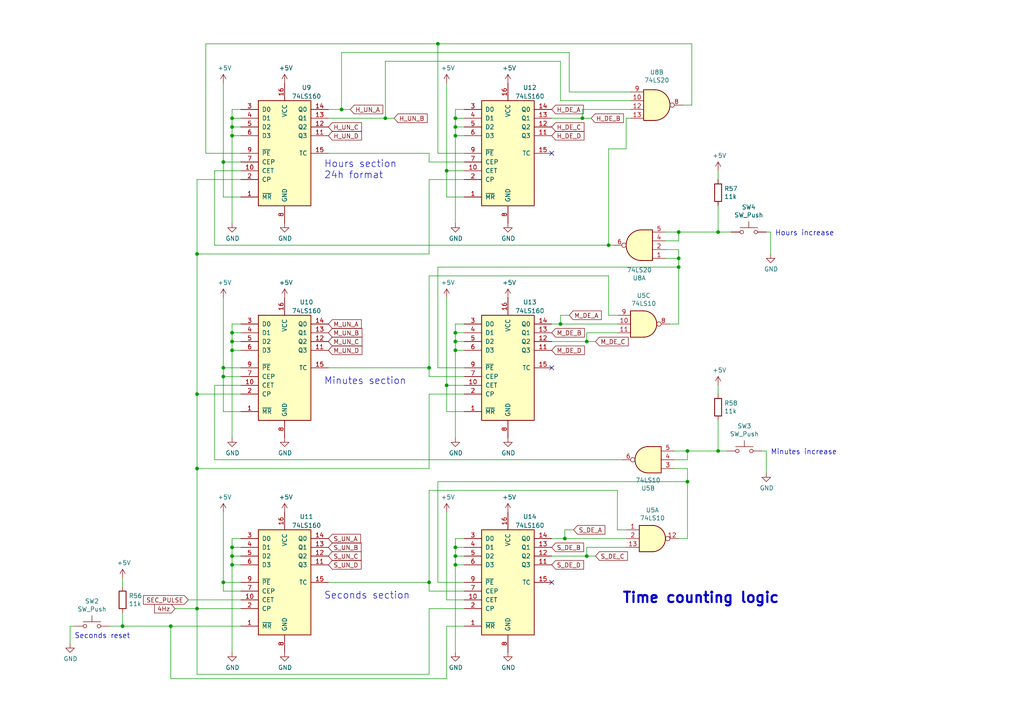
<source format=kicad_sch>
(kicad_sch (version 20211123) (generator eeschema)
  (paper "A4")
  (title_block (title "NixieTTL Clock") (rev "0"))
  (lib_symbols
    (symbol "74xx:74LS10" (pin_names (offset 1.016))
      (property "Reference" "U" (at 0 1.27 0))
      (property "Value" "74LS10" (at 0 -1.27 0))
      (symbol "74LS10_1_1"
        (arc (start 0 -3.81) (mid 3.81 0) (end 0 3.81) (stroke (width 0.254)) (fill (type background)))
        (polyline (pts (xy 0 3.81) (xy -3.81 3.81) (xy -3.81 -3.81) (xy 0 -3.81)) (stroke (width 0.254)) (fill (type background)))
        (pin input line (at -7.62 2.54 0) (length 3.81) (name "~") (number "1"))
        (pin output inverted (at 7.62 0 180) (length 3.81) (name "~") (number "12"))
        (pin input line (at -7.62 -2.54 0) (length 3.81) (name "~") (number "13"))
        (pin input line (at -7.62 0 0) (length 3.81) (name "~") (number "2"))
      )
      (symbol "74LS10_1_2"
        (arc (start -3.81 -3.81) (mid -2.589 0) (end -3.81 3.81) (stroke (width 0.254)))
        (arc (start -0.6096 -3.81) (mid 2.1855 -2.584) (end 3.81 0) (stroke (width 0.254)) (fill (type background)))
        (polyline (pts (xy -3.81 -3.81) (xy -0.635 -3.81)) (stroke (width 0.254)) (fill (type background)))
        (polyline (pts (xy -3.81 3.81) (xy -0.635 3.81)) (stroke (width 0.254)) (fill (type background)))
        (polyline (pts (xy -0.635 3.81) (xy -3.81 3.81) (xy -3.81 3.81) (xy -3.556 3.4036) (xy -3.0226 2.2606) (xy -2.6924 1.0414) (xy -2.6162 -0.254) (xy -2.7686 -1.4986) (xy -3.175 -2.7178) (xy -3.81 -3.81) (xy -3.81 -3.81) (xy -0.635 -3.81)) (stroke (width -25.4)) (fill (type background)))
        (arc (start 3.81 0) (mid 2.1928 2.5925) (end -0.6096 3.81) (stroke (width 0.254)) (fill (type background)))
        (pin input inverted (at -7.62 2.54 0) (length 4.318) (name "~") (number "1"))
        (pin output line (at 7.62 0 180) (length 3.81) (name "~") (number "12"))
        (pin input inverted (at -7.62 -2.54 0) (length 4.318) (name "~") (number "13"))
        (pin input inverted (at -7.62 0 0) (length 4.953) (name "~") (number "2"))
      )
      (symbol "74LS10_2_1"
        (arc (start 0 -3.81) (mid 3.81 0) (end 0 3.81) (stroke (width 0.254)) (fill (type background)))
        (polyline (pts (xy 0 3.81) (xy -3.81 3.81) (xy -3.81 -3.81) (xy 0 -3.81)) (stroke (width 0.254)) (fill (type background)))
        (pin input line (at -7.62 2.54 0) (length 3.81) (name "~") (number "3"))
        (pin input line (at -7.62 0 0) (length 3.81) (name "~") (number "4"))
        (pin input line (at -7.62 -2.54 0) (length 3.81) (name "~") (number "5"))
        (pin output inverted (at 7.62 0 180) (length 3.81) (name "~") (number "6"))
      )
      (symbol "74LS10_2_2"
        (arc (start -3.81 -3.81) (mid -2.589 0) (end -3.81 3.81) (stroke (width 0.254)))
        (arc (start -0.6096 -3.81) (mid 2.1855 -2.584) (end 3.81 0) (stroke (width 0.254)) (fill (type background)))
        (polyline (pts (xy -3.81 -3.81) (xy -0.635 -3.81)) (stroke (width 0.254)) (fill (type background)))
        (polyline (pts (xy -3.81 3.81) (xy -0.635 3.81)) (stroke (width 0.254)) (fill (type background)))
        (polyline (pts (xy -0.635 3.81) (xy -3.81 3.81) (xy -3.81 3.81) (xy -3.556 3.4036) (xy -3.0226 2.2606) (xy -2.6924 1.0414) (xy -2.6162 -0.254) (xy -2.7686 -1.4986) (xy -3.175 -2.7178) (xy -3.81 -3.81) (xy -3.81 -3.81) (xy -0.635 -3.81)) (stroke (width -25.4)) (fill (type background)))
        (arc (start 3.81 0) (mid 2.1928 2.5925) (end -0.6096 3.81) (stroke (width 0.254)) (fill (type background)))
        (pin input inverted (at -7.62 2.54 0) (length 4.318) (name "~") (number "3"))
        (pin input inverted (at -7.62 0 0) (length 4.953) (name "~") (number "4"))
        (pin input inverted (at -7.62 -2.54 0) (length 4.318) (name "~") (number "5"))
        (pin output line (at 7.62 0 180) (length 3.81) (name "~") (number "6"))
      )
      (symbol "74LS10_3_1"
        (arc (start 0 -3.81) (mid 3.81 0) (end 0 3.81) (stroke (width 0.254)) (fill (type background)))
        (polyline (pts (xy 0 3.81) (xy -3.81 3.81) (xy -3.81 -3.81) (xy 0 -3.81)) (stroke (width 0.254)) (fill (type background)))
        (pin input line (at -7.62 0 0) (length 3.81) (name "~") (number "10"))
        (pin input line (at -7.62 -2.54 0) (length 3.81) (name "~") (number "11"))
        (pin output inverted (at 7.62 0 180) (length 3.81) (name "~") (number "8"))
        (pin input line (at -7.62 2.54 0) (length 3.81) (name "~") (number "9"))
      )
      (symbol "74LS10_3_2"
        (arc (start -3.81 -3.81) (mid -2.589 0) (end -3.81 3.81) (stroke (width 0.254)))
        (arc (start -0.6096 -3.81) (mid 2.1855 -2.584) (end 3.81 0) (stroke (width 0.254)) (fill (type background)))
        (polyline (pts (xy -3.81 -3.81) (xy -0.635 -3.81)) (stroke (width 0.254)) (fill (type background)))
        (polyline (pts (xy -3.81 3.81) (xy -0.635 3.81)) (stroke (width 0.254)) (fill (type background)))
        (polyline (pts (xy -0.635 3.81) (xy -3.81 3.81) (xy -3.81 3.81) (xy -3.556 3.4036) (xy -3.0226 2.2606) (xy -2.6924 1.0414) (xy -2.6162 -0.254) (xy -2.7686 -1.4986) (xy -3.175 -2.7178) (xy -3.81 -3.81) (xy -3.81 -3.81) (xy -0.635 -3.81)) (stroke (width -25.4)) (fill (type background)))
        (arc (start 3.81 0) (mid 2.1928 2.5925) (end -0.6096 3.81) (stroke (width 0.254)) (fill (type background)))
        (pin input inverted (at -7.62 0 0) (length 4.953) (name "~") (number "10"))
        (pin input inverted (at -7.62 -2.54 0) (length 4.318) (name "~") (number "11"))
        (pin output line (at 7.62 0 180) (length 3.81) (name "~") (number "8"))
        (pin input inverted (at -7.62 2.54 0) (length 4.318) (name "~") (number "9"))
      )
      (symbol "74LS10_4_0"
        (pin power_in line (at 0 12.7 270) (length 5.08) (name "VCC") (number "14"))
        (pin power_in line (at 0 -12.7 90) (length 5.08) (name "GND") (number "7"))
      )
      (symbol "74LS10_4_1"
        (rectangle (start -5.08 7.62) (end 5.08 -7.62) (stroke (width 0.254)) (fill (type background)))
      )
    )
    (symbol "74xx:74LS160" (pin_names (offset 1.016))
      (property "Reference" "U" (at -7.62 16.51 0))
      (property "Value" "74LS160" (at -7.62 -16.51 0))
      (symbol "74LS160_1_0"
        (pin input line (at -12.7 -12.7 0) (length 5.08) (name "~{MR}") (number "1"))
        (pin input line (at -12.7 -5.08 0) (length 5.08) (name "CET") (number "10"))
        (pin output line (at 12.7 5.08 180) (length 5.08) (name "Q3") (number "11"))
        (pin output line (at 12.7 7.62 180) (length 5.08) (name "Q2") (number "12"))
        (pin output line (at 12.7 10.16 180) (length 5.08) (name "Q1") (number "13"))
        (pin output line (at 12.7 12.7 180) (length 5.08) (name "Q0") (number "14"))
        (pin output line (at 12.7 0 180) (length 5.08) (name "TC") (number "15"))
        (pin power_in line (at 0 20.32 270) (length 5.08) (name "VCC") (number "16"))
        (pin input line (at -12.7 -7.62 0) (length 5.08) (name "CP") (number "2"))
        (pin input line (at -12.7 12.7 0) (length 5.08) (name "D0") (number "3"))
        (pin input line (at -12.7 10.16 0) (length 5.08) (name "D1") (number "4"))
        (pin input line (at -12.7 7.62 0) (length 5.08) (name "D2") (number "5"))
        (pin input line (at -12.7 5.08 0) (length 5.08) (name "D3") (number "6"))
        (pin input line (at -12.7 -2.54 0) (length 5.08) (name "CEP") (number "7"))
        (pin power_in line (at 0 -20.32 90) (length 5.08) (name "GND") (number "8"))
        (pin input line (at -12.7 0 0) (length 5.08) (name "~{PE}") (number "9"))
      )
      (symbol "74LS160_1_1"
        (rectangle (start -7.62 15.24) (end 7.62 -15.24) (stroke (width 0.254)) (fill (type background)))
      )
    )
    (symbol "74xx:74LS20" (pin_names (offset 1.016))
      (property "Reference" "U" (at 0 1.27 0))
      (property "Value" "74LS20" (at 0 -1.27 0))
      (symbol "74LS20_1_1"
        (arc (start -0.635 -4.445) (mid 3.81 0) (end -0.635 4.445) (stroke (width 0.254)) (fill (type background)))
        (polyline (pts (xy -0.635 4.445) (xy -3.81 4.445) (xy -3.81 -4.445) (xy -0.635 -4.445)) (stroke (width 0.254)) (fill (type background)))
        (pin input line (at -7.62 3.81 0) (length 3.81) (name "~") (number "1"))
        (pin input line (at -7.62 1.27 0) (length 3.81) (name "~") (number "2"))
        (pin input line (at -7.62 -1.27 0) (length 3.81) (name "~") (number "4"))
        (pin input line (at -7.62 -3.81 0) (length 3.81) (name "~") (number "5"))
        (pin output inverted (at 7.62 0 180) (length 3.81) (name "~") (number "6"))
      )
      (symbol "74LS20_1_2"
        (arc (start -3.81 -4.445) (mid -2.5908 0) (end -3.81 4.445) (stroke (width 0.254)))
        (arc (start -0.6096 -4.445) (mid 2.224 -2.8428) (end 3.81 0) (stroke (width 0.254)) (fill (type background)))
        (polyline (pts (xy -3.81 -4.445) (xy -0.635 -4.445)) (stroke (width 0.254)) (fill (type background)))
        (polyline (pts (xy -3.81 4.445) (xy -0.635 4.445)) (stroke (width 0.254)) (fill (type background)))
        (polyline (pts (xy -0.635 4.445) (xy -3.81 4.445) (xy -3.81 4.445) (xy -3.6322 4.0894) (xy -3.0988 2.921) (xy -2.7686 1.6764) (xy -2.6162 0.4318) (xy -2.6416 -0.8636) (xy -2.8702 -2.1082) (xy -3.2512 -3.3274) (xy -3.81 -4.445) (xy -3.81 -4.445) (xy -0.635 -4.445)) (stroke (width -25.4)) (fill (type background)))
        (arc (start 3.81 0) (mid 2.2198 2.8386) (end -0.6096 4.445) (stroke (width 0.254)) (fill (type background)))
        (pin input inverted (at -7.62 3.81 0) (length 3.81) (name "~") (number "1"))
        (pin input inverted (at -7.62 1.27 0) (length 4.826) (name "~") (number "2"))
        (pin input inverted (at -7.62 -1.27 0) (length 4.826) (name "~") (number "4"))
        (pin input inverted (at -7.62 -3.81 0) (length 3.81) (name "~") (number "5"))
        (pin output line (at 7.62 0 180) (length 3.81) (name "~") (number "6"))
      )
      (symbol "74LS20_2_1"
        (arc (start -0.635 -4.445) (mid 3.81 0) (end -0.635 4.445) (stroke (width 0.254)) (fill (type background)))
        (polyline (pts (xy -0.635 4.445) (xy -3.81 4.445) (xy -3.81 -4.445) (xy -0.635 -4.445)) (stroke (width 0.254)) (fill (type background)))
        (pin input line (at -7.62 1.27 0) (length 3.81) (name "~") (number "10"))
        (pin input line (at -7.62 -1.27 0) (length 3.81) (name "~") (number "12"))
        (pin input line (at -7.62 -3.81 0) (length 3.81) (name "~") (number "13"))
        (pin output inverted (at 7.62 0 180) (length 3.81) (name "~") (number "8"))
        (pin input line (at -7.62 3.81 0) (length 3.81) (name "~") (number "9"))
      )
      (symbol "74LS20_2_2"
        (arc (start -3.81 -4.445) (mid -2.5908 0) (end -3.81 4.445) (stroke (width 0.254)))
        (arc (start -0.6096 -4.445) (mid 2.224 -2.8428) (end 3.81 0) (stroke (width 0.254)) (fill (type background)))
        (polyline (pts (xy -3.81 -4.445) (xy -0.635 -4.445)) (stroke (width 0.254)) (fill (type background)))
        (polyline (pts (xy -3.81 4.445) (xy -0.635 4.445)) (stroke (width 0.254)) (fill (type background)))
        (polyline (pts (xy -0.635 4.445) (xy -3.81 4.445) (xy -3.81 4.445) (xy -3.6322 4.0894) (xy -3.0988 2.921) (xy -2.7686 1.6764) (xy -2.6162 0.4318) (xy -2.6416 -0.8636) (xy -2.8702 -2.1082) (xy -3.2512 -3.3274) (xy -3.81 -4.445) (xy -3.81 -4.445) (xy -0.635 -4.445)) (stroke (width -25.4)) (fill (type background)))
        (arc (start 3.81 0) (mid 2.2198 2.8386) (end -0.6096 4.445) (stroke (width 0.254)) (fill (type background)))
        (pin input inverted (at -7.62 1.27 0) (length 4.826) (name "~") (number "10"))
        (pin input inverted (at -7.62 -1.27 0) (length 4.826) (name "~") (number "12"))
        (pin input inverted (at -7.62 -3.81 0) (length 3.81) (name "~") (number "13"))
        (pin output line (at 7.62 0 180) (length 3.81) (name "~") (number "8"))
        (pin input inverted (at -7.62 3.81 0) (length 3.81) (name "~") (number "9"))
      )
      (symbol "74LS20_3_0"
        (pin power_in line (at 0 12.7 270) (length 5.08) (name "VCC") (number "14"))
        (pin power_in line (at 0 -12.7 90) (length 5.08) (name "GND") (number "7"))
      )
      (symbol "74LS20_3_1"
        (rectangle (start -5.08 7.62) (end 5.08 -7.62) (stroke (width 0.254)) (fill (type background)))
      )
    )
    (symbol "Device:R" (pin_numbers hide) (pin_names (offset 0))
      (property "Reference" "R" (at 2.032 0 90))
      (property "Value" "R" (at 0 0 90))
      (symbol "R_0_1"
        (rectangle (start -1.016 -2.54) (end 1.016 2.54) (stroke (width 0.254)))
      )
      (symbol "R_1_1"
        (pin passive line (at 0 3.81 270) (length 1.27) (name "~") (number "1"))
        (pin passive line (at 0 -3.81 90) (length 1.27) (name "~") (number "2"))
      )
    )
    (symbol "Switch:SW_Push" (pin_numbers hide) (pin_names (offset 1.016) hide)
      (property "Reference" "SW" (at 1.27 2.54 0))
      (property "Value" "SW_Push" (at 0 -1.524 0))
      (symbol "SW_Push_0_1"
        (circle (center -2.032 0) (radius 0.508))
        (polyline (pts (xy 0 1.27) (xy 0 3.048)))
        (polyline (pts (xy 2.54 1.27) (xy -2.54 1.27)))
        (circle (center 2.032 0) (radius 0.508))
        (pin passive line (at -5.08 0 0) (length 2.54) (name "1") (number "1"))
        (pin passive line (at 5.08 0 180) (length 2.54) (name "2") (number "2"))
      )
    )
    (symbol "power:+5V" (power) (pin_names (offset 0))
      (property "Value" "+5V" (at 0 3.556 0))
      (symbol "+5V_0_1"
        (polyline (pts (xy -0.762 1.27) (xy 0 2.54)))
        (polyline (pts (xy 0 0) (xy 0 2.54)))
        (polyline (pts (xy 0 2.54) (xy 0.762 1.27)))
      )
      (symbol "+5V_1_1"
        (pin power_in line (at 0 0 90) (length 0) hide (name "+5V") (number "1"))
      )
    )
    (symbol "power:GND" (power) (pin_names (offset 0))
      (property "Value" "GND" (at 0 -3.81 0))
      (symbol "GND_0_1"
        (polyline (pts (xy 0 0) (xy 0 -1.27) (xy 1.27 -1.27) (xy 0 -2.54) (xy -1.27 -1.27) (xy 0 -1.27)))
      )
      (symbol "GND_1_1"
        (pin power_in line (at 0 0 270) (length 0) hide (name "GND") (number "1"))
      )
    )
  )
  (junction (at 49.53 181.61))
  (junction (at 127 12.7))
  (junction (at 132.08 101.6))
  (junction (at 196.85 74.93))
  (junction (at 129.54 111.76))
  (junction (at 162.56 93.98))
  (junction (at 67.31 39.37))
  (junction (at 132.08 39.37))
  (junction (at 57.15 135.89))
  (junction (at 64.77 46.99))
  (junction (at 132.08 158.75))
  (junction (at 132.08 163.83))
  (junction (at 196.85 77.47))
  (junction (at 168.91 34.29))
  (junction (at 132.08 161.29))
  (junction (at 132.08 96.52))
  (junction (at 35.56 181.61))
  (junction (at 64.77 106.68))
  (junction (at 64.77 109.22))
  (junction (at 67.31 99.06))
  (junction (at 57.15 114.3))
  (junction (at 67.31 163.83))
  (junction (at 111.76 34.29))
  (junction (at 196.85 67.31))
  (junction (at 124.46 168.91))
  (junction (at 67.31 161.29))
  (junction (at 67.31 101.6))
  (junction (at 208.28 67.31))
  (junction (at 132.08 99.06))
  (junction (at 199.39 139.7))
  (junction (at 170.18 99.06))
  (junction (at 129.54 49.53))
  (junction (at 64.77 168.91))
  (junction (at 57.15 176.53))
  (junction (at 132.08 34.29))
  (junction (at 99.06 31.75))
  (junction (at 57.15 73.66))
  (junction (at 132.08 36.83))
  (junction (at 67.31 36.83))
  (junction (at 67.31 158.75))
  (junction (at 199.39 130.81))
  (junction (at 170.18 161.29))
  (junction (at 124.46 106.68))
  (junction (at 208.28 130.81))
  (junction (at 163.83 156.21))
  (junction (at 67.31 96.52))
  (junction (at 176.53 71.12))
  (junction (at 67.31 34.29))
  (no_connect (at 160.02 44.45))
  (no_connect (at 160.02 106.68))
  (no_connect (at 160.02 168.91))
  (wire (pts (xy 69.85 96.52) (xy 67.31 96.52)))
  (wire (pts (xy 67.31 156.21) (xy 67.31 158.75)))
  (wire (pts (xy 176.53 43.18) (xy 176.53 71.12)))
  (wire (pts (xy 134.62 93.98) (xy 132.08 93.98)))
  (wire (pts (xy 176.53 91.44) (xy 179.07 91.44)))
  (wire (pts (xy 208.28 121.92) (xy 208.28 130.81)))
  (wire (pts (xy 67.31 99.06) (xy 69.85 99.06)))
  (wire (pts (xy 67.31 39.37) (xy 67.31 36.83)))
  (wire (pts (xy 170.18 158.75) (xy 181.61 158.75)))
  (wire (pts (xy 134.62 119.38) (xy 129.54 119.38)))
  (wire (pts (xy 134.62 49.53) (xy 129.54 49.53)))
  (wire (pts (xy 199.39 130.81) (xy 195.58 130.81)))
  (wire (pts (xy 49.53 181.61) (xy 69.85 181.61)))
  (wire (pts (xy 134.62 52.07) (xy 124.46 52.07)))
  (wire (pts (xy 179.07 153.67) (xy 181.61 153.67)))
  (wire (pts (xy 129.54 49.53) (xy 129.54 57.15)))
  (wire (pts (xy 67.31 101.6) (xy 67.31 127)))
  (wire (pts (xy 127 77.47) (xy 196.85 77.47)))
  (wire (pts (xy 193.04 69.85) (xy 196.85 69.85)))
  (wire (pts (xy 132.08 158.75) (xy 134.62 158.75)))
  (wire (pts (xy 127 168.91) (xy 127 139.7)))
  (wire (pts (xy 20.32 186.69) (xy 20.32 181.61)))
  (wire (pts (xy 101.6 31.75) (xy 99.06 31.75)))
  (wire (pts (xy 124.46 142.24) (xy 179.07 142.24)))
  (wire (pts (xy 132.08 34.29) (xy 134.62 34.29)))
  (wire (pts (xy 69.85 57.15) (xy 64.77 57.15)))
  (wire (pts (xy 62.23 49.53) (xy 62.23 71.12)))
  (wire (pts (xy 176.53 71.12) (xy 177.8 71.12)))
  (wire (pts (xy 134.62 39.37) (xy 132.08 39.37)))
  (wire (pts (xy 64.77 109.22) (xy 64.77 119.38)))
  (wire (pts (xy 35.56 181.61) (xy 49.53 181.61)))
  (wire (pts (xy 69.85 156.21) (xy 67.31 156.21)))
  (wire (pts (xy 134.62 168.91) (xy 127 168.91)))
  (wire (pts (xy 129.54 24.13) (xy 129.54 49.53)))
  (wire (pts (xy 179.07 142.24) (xy 179.07 153.67)))
  (wire (pts (xy 195.58 133.35) (xy 199.39 133.35)))
  (wire (pts (xy 69.85 44.45) (xy 59.69 44.45)))
  (wire (pts (xy 196.85 72.39) (xy 196.85 74.93)))
  (wire (pts (xy 176.53 43.18) (xy 181.61 43.18)))
  (wire (pts (xy 59.69 12.7) (xy 59.69 44.45)))
  (wire (pts (xy 134.62 176.53) (xy 124.46 176.53)))
  (wire (pts (xy 69.85 46.99) (xy 64.77 46.99)))
  (wire (pts (xy 50.8 176.53) (xy 57.15 176.53)))
  (wire (pts (xy 134.62 106.68) (xy 127 106.68)))
  (wire (pts (xy 182.88 34.29) (xy 181.61 34.29)))
  (wire (pts (xy 196.85 74.93) (xy 196.85 77.47)))
  (wire (pts (xy 132.08 156.21) (xy 132.08 158.75)))
  (wire (pts (xy 222.25 67.31) (xy 223.52 67.31)))
  (wire (pts (xy 160.02 34.29) (xy 168.91 34.29)))
  (wire (pts (xy 69.85 114.3) (xy 57.15 114.3)))
  (wire (pts (xy 124.46 176.53) (xy 124.46 195.58)))
  (wire (pts (xy 69.85 161.29) (xy 67.31 161.29)))
  (wire (pts (xy 196.85 67.31) (xy 208.28 67.31)))
  (wire (pts (xy 127 12.7) (xy 59.69 12.7)))
  (wire (pts (xy 111.76 17.78) (xy 111.76 34.29)))
  (wire (pts (xy 20.32 181.61) (xy 21.59 181.61)))
  (wire (pts (xy 49.53 196.85) (xy 129.54 196.85)))
  (wire (pts (xy 200.66 12.7) (xy 127 12.7)))
  (wire (pts (xy 124.46 114.3) (xy 134.62 114.3)))
  (wire (pts (xy 134.62 44.45) (xy 127 44.45)))
  (wire (pts (xy 57.15 135.89) (xy 57.15 176.53)))
  (wire (pts (xy 111.76 34.29) (xy 95.25 34.29)))
  (wire (pts (xy 132.08 163.83) (xy 134.62 163.83)))
  (wire (pts (xy 170.18 161.29) (xy 170.18 158.75)))
  (wire (pts (xy 222.25 130.81) (xy 222.25 137.16)))
  (wire (pts (xy 31.75 181.61) (xy 35.56 181.61)))
  (wire (pts (xy 208.28 130.81) (xy 210.82 130.81)))
  (wire (pts (xy 124.46 135.89) (xy 57.15 135.89)))
  (wire (pts (xy 132.08 99.06) (xy 134.62 99.06)))
  (wire (pts (xy 49.53 181.61) (xy 49.53 196.85)))
  (wire (pts (xy 69.85 39.37) (xy 67.31 39.37)))
  (wire (pts (xy 57.15 176.53) (xy 69.85 176.53)))
  (wire (pts (xy 124.46 114.3) (xy 124.46 135.89)))
  (wire (pts (xy 69.85 36.83) (xy 67.31 36.83)))
  (wire (pts (xy 69.85 168.91) (xy 64.77 168.91)))
  (wire (pts (xy 129.54 196.85) (xy 129.54 181.61)))
  (wire (pts (xy 129.54 57.15) (xy 134.62 57.15)))
  (wire (pts (xy 124.46 195.58) (xy 57.15 195.58)))
  (wire (pts (xy 64.77 171.45) (xy 64.77 168.91)))
  (wire (pts (xy 124.46 52.07) (xy 124.46 73.66)))
  (wire (pts (xy 132.08 161.29) (xy 134.62 161.29)))
  (wire (pts (xy 166.37 153.67) (xy 163.83 153.67)))
  (wire (pts (xy 99.06 31.75) (xy 99.06 15.24)))
  (wire (pts (xy 163.83 153.67) (xy 163.83 156.21)))
  (wire (pts (xy 134.62 111.76) (xy 129.54 111.76)))
  (wire (pts (xy 132.08 158.75) (xy 132.08 161.29)))
  (wire (pts (xy 64.77 109.22) (xy 64.77 106.68)))
  (wire (pts (xy 124.46 171.45) (xy 134.62 171.45)))
  (wire (pts (xy 196.85 69.85) (xy 196.85 67.31)))
  (wire (pts (xy 162.56 17.78) (xy 111.76 17.78)))
  (wire (pts (xy 193.04 74.93) (xy 196.85 74.93)))
  (wire (pts (xy 200.66 30.48) (xy 200.66 12.7)))
  (wire (pts (xy 134.62 31.75) (xy 132.08 31.75)))
  (wire (pts (xy 69.85 52.07) (xy 57.15 52.07)))
  (wire (pts (xy 67.31 96.52) (xy 67.31 93.98)))
  (wire (pts (xy 124.46 73.66) (xy 57.15 73.66)))
  (wire (pts (xy 132.08 36.83) (xy 132.08 39.37)))
  (wire (pts (xy 67.31 163.83) (xy 67.31 189.23)))
  (wire (pts (xy 129.54 119.38) (xy 129.54 111.76)))
  (wire (pts (xy 196.85 93.98) (xy 194.31 93.98)))
  (wire (pts (xy 124.46 44.45) (xy 95.25 44.45)))
  (wire (pts (xy 95.25 168.91) (xy 124.46 168.91)))
  (wire (pts (xy 162.56 91.44) (xy 162.56 93.98)))
  (wire (pts (xy 165.1 26.67) (xy 165.1 15.24)))
  (wire (pts (xy 132.08 93.98) (xy 132.08 96.52)))
  (wire (pts (xy 220.98 130.81) (xy 222.25 130.81)))
  (wire (pts (xy 124.46 106.68) (xy 95.25 106.68)))
  (wire (pts (xy 212.09 67.31) (xy 208.28 67.31)))
  (wire (pts (xy 69.85 49.53) (xy 62.23 49.53)))
  (wire (pts (xy 165.1 91.44) (xy 162.56 91.44)))
  (wire (pts (xy 67.31 163.83) (xy 69.85 163.83)))
  (wire (pts (xy 132.08 99.06) (xy 132.08 101.6)))
  (wire (pts (xy 196.85 77.47) (xy 196.85 93.98)))
  (wire (pts (xy 67.31 158.75) (xy 69.85 158.75)))
  (wire (pts (xy 35.56 181.61) (xy 35.56 177.8)))
  (wire (pts (xy 199.39 135.89) (xy 195.58 135.89)))
  (wire (pts (xy 124.46 80.01) (xy 176.53 80.01)))
  (wire (pts (xy 134.62 109.22) (xy 124.46 109.22)))
  (wire (pts (xy 162.56 29.21) (xy 182.88 29.21)))
  (wire (pts (xy 162.56 93.98) (xy 160.02 93.98)))
  (wire (pts (xy 132.08 96.52) (xy 132.08 99.06)))
  (wire (pts (xy 134.62 36.83) (xy 132.08 36.83)))
  (wire (pts (xy 127 139.7) (xy 199.39 139.7)))
  (wire (pts (xy 57.15 135.89) (xy 57.15 114.3)))
  (wire (pts (xy 54.61 173.99) (xy 69.85 173.99)))
  (wire (pts (xy 114.3 34.29) (xy 111.76 34.29)))
  (wire (pts (xy 64.77 106.68) (xy 64.77 86.36)))
  (wire (pts (xy 64.77 24.13) (xy 64.77 46.99)))
  (wire (pts (xy 67.31 99.06) (xy 67.31 96.52)))
  (wire (pts (xy 99.06 15.24) (xy 165.1 15.24)))
  (wire (pts (xy 199.39 156.21) (xy 196.85 156.21)))
  (wire (pts (xy 132.08 39.37) (xy 132.08 64.77)))
  (wire (pts (xy 69.85 101.6) (xy 67.31 101.6)))
  (wire (pts (xy 69.85 111.76) (xy 62.23 111.76)))
  (wire (pts (xy 132.08 101.6) (xy 132.08 127)))
  (wire (pts (xy 35.56 167.64) (xy 35.56 170.18)))
  (wire (pts (xy 223.52 67.31) (xy 223.52 73.66)))
  (wire (pts (xy 181.61 43.18) (xy 181.61 34.29)))
  (wire (pts (xy 129.54 148.59) (xy 129.54 173.99)))
  (wire (pts (xy 134.62 96.52) (xy 132.08 96.52)))
  (wire (pts (xy 64.77 119.38) (xy 69.85 119.38)))
  (wire (pts (xy 57.15 52.07) (xy 57.15 73.66)))
  (wire (pts (xy 67.31 161.29) (xy 67.31 163.83)))
  (wire (pts (xy 134.62 156.21) (xy 132.08 156.21)))
  (wire (pts (xy 69.85 109.22) (xy 64.77 109.22)))
  (wire (pts (xy 168.91 31.75) (xy 168.91 34.29)))
  (wire (pts (xy 160.02 156.21) (xy 163.83 156.21)))
  (wire (pts (xy 134.62 173.99) (xy 129.54 173.99)))
  (wire (pts (xy 124.46 46.99) (xy 124.46 44.45)))
  (wire (pts (xy 69.85 34.29) (xy 67.31 34.29)))
  (wire (pts (xy 62.23 71.12) (xy 176.53 71.12)))
  (wire (pts (xy 182.88 26.67) (xy 165.1 26.67)))
  (wire (pts (xy 132.08 189.23) (xy 132.08 163.83)))
  (wire (pts (xy 132.08 31.75) (xy 132.08 34.29)))
  (wire (pts (xy 208.28 67.31) (xy 208.28 59.69)))
  (wire (pts (xy 163.83 156.21) (xy 181.61 156.21)))
  (wire (pts (xy 124.46 168.91) (xy 124.46 171.45)))
  (wire (pts (xy 132.08 34.29) (xy 132.08 36.83)))
  (wire (pts (xy 64.77 57.15) (xy 64.77 46.99)))
  (wire (pts (xy 199.39 139.7) (xy 199.39 135.89)))
  (wire (pts (xy 170.18 99.06) (xy 170.18 96.52)))
  (wire (pts (xy 67.31 39.37) (xy 67.31 64.77)))
  (wire (pts (xy 129.54 181.61) (xy 134.62 181.61)))
  (wire (pts (xy 69.85 171.45) (xy 64.77 171.45)))
  (wire (pts (xy 67.31 101.6) (xy 67.31 99.06)))
  (wire (pts (xy 124.46 109.22) (xy 124.46 106.68)))
  (wire (pts (xy 127 106.68) (xy 127 77.47)))
  (wire (pts (xy 208.28 52.07) (xy 208.28 49.53)))
  (wire (pts (xy 57.15 73.66) (xy 57.15 114.3)))
  (wire (pts (xy 64.77 148.59) (xy 64.77 168.91)))
  (wire (pts (xy 172.72 99.06) (xy 170.18 99.06)))
  (wire (pts (xy 176.53 91.44) (xy 176.53 80.01)))
  (wire (pts (xy 124.46 106.68) (xy 124.46 80.01)))
  (wire (pts (xy 170.18 96.52) (xy 179.07 96.52)))
  (wire (pts (xy 172.72 161.29) (xy 170.18 161.29)))
  (wire (pts (xy 160.02 99.06) (xy 170.18 99.06)))
  (wire (pts (xy 179.07 93.98) (xy 162.56 93.98)))
  (wire (pts (xy 171.45 34.29) (xy 168.91 34.29)))
  (wire (pts (xy 67.31 34.29) (xy 67.31 31.75)))
  (wire (pts (xy 182.88 31.75) (xy 168.91 31.75)))
  (wire (pts (xy 95.25 31.75) (xy 99.06 31.75)))
  (wire (pts (xy 162.56 17.78) (xy 162.56 29.21)))
  (wire (pts (xy 57.15 176.53) (xy 57.15 195.58)))
  (wire (pts (xy 129.54 111.76) (xy 129.54 86.36)))
  (wire (pts (xy 67.31 31.75) (xy 69.85 31.75)))
  (wire (pts (xy 180.34 133.35) (xy 62.23 133.35)))
  (wire (pts (xy 132.08 163.83) (xy 132.08 161.29)))
  (wire (pts (xy 208.28 111.76) (xy 208.28 114.3)))
  (wire (pts (xy 199.39 139.7) (xy 199.39 156.21)))
  (wire (pts (xy 127 12.7) (xy 127 44.45)))
  (wire (pts (xy 134.62 101.6) (xy 132.08 101.6)))
  (wire (pts (xy 134.62 46.99) (xy 124.46 46.99)))
  (wire (pts (xy 67.31 158.75) (xy 67.31 161.29)))
  (wire (pts (xy 160.02 161.29) (xy 170.18 161.29)))
  (wire (pts (xy 193.04 72.39) (xy 196.85 72.39)))
  (wire (pts (xy 199.39 133.35) (xy 199.39 130.81)))
  (wire (pts (xy 62.23 133.35) (xy 62.23 111.76)))
  (wire (pts (xy 198.12 30.48) (xy 200.66 30.48)))
  (wire (pts (xy 124.46 168.91) (xy 124.46 142.24)))
  (wire (pts (xy 67.31 36.83) (xy 67.31 34.29)))
  (wire (pts (xy 67.31 93.98) (xy 69.85 93.98)))
  (wire (pts (xy 193.04 67.31) (xy 196.85 67.31)))
  (wire (pts (xy 208.28 130.81) (xy 199.39 130.81)))
  (wire (pts (xy 69.85 106.68) (xy 64.77 106.68)))
  (text "Time counting logic" (at 180.34 175.26 0) (effects (font (size 2.9972 2.9972) (thickness 0.5994) bold) (justify left bottom)))
  (text "Seconds reset" (at 21.59 185.42 0) (effects (font (size 1.4986 1.4986)) (justify left bottom)))
  (text "Hours increase" (at 224.79 68.58 0) (effects (font (size 1.4986 1.4986)) (justify left bottom)))
  (text "Minutes section" (at 93.98 111.76 0) (effects (font (size 2.0066 2.0066)) (justify left bottom)))
  (text "Hours section\n24h format" (at 93.98 52.07 0) (effects (font (size 2.0066 2.0066)) (justify left bottom)))
  (text "Minutes increase" (at 223.52 132.08 0) (effects (font (size 1.4986 1.4986)) (justify left bottom)))
  (text "Seconds section" (at 93.98 173.99 0) (effects (font (size 2.0066 2.0066)) (justify left bottom)))
  (global_label "M_UN_A" (shape input) (at 95.25 93.98 0) (property "Intersheet References" "${INTERSHEET_REFS}" (effects hide)))
  (global_label "H_UN_C" (shape input) (at 95.25 36.83 0) (property "Intersheet References" "${INTERSHEET_REFS}" (effects hide)))
  (global_label "S_DE_D" (shape input) (at 160.02 163.83 0) (property "Intersheet References" "${INTERSHEET_REFS}" (effects hide)))
  (global_label "M_UN_C" (shape input) (at 95.25 99.06 0) (property "Intersheet References" "${INTERSHEET_REFS}" (effects hide)))
  (global_label "H_UN_A" (shape input) (at 101.6 31.75 0) (property "Intersheet References" "${INTERSHEET_REFS}" (effects hide)))
  (global_label "M_DE_B" (shape input) (at 160.02 96.52 0) (property "Intersheet References" "${INTERSHEET_REFS}" (effects hide)))
  (global_label "4Hz" (shape input) (at 50.8 176.53 180) (property "Intersheet References" "${INTERSHEET_REFS}" (effects hide)))
  (global_label "H_DE_D" (shape input) (at 160.02 39.37 0) (property "Intersheet References" "${INTERSHEET_REFS}" (effects hide)))
  (global_label "M_UN_D" (shape input) (at 95.25 101.6 0) (property "Intersheet References" "${INTERSHEET_REFS}" (effects hide)))
  (global_label "H_DE_A" (shape input) (at 160.02 31.75 0) (property "Intersheet References" "${INTERSHEET_REFS}" (effects hide)))
  (global_label "M_DE_A" (shape input) (at 165.1 91.44 0) (property "Intersheet References" "${INTERSHEET_REFS}" (effects hide)))
  (global_label "S_DE_B" (shape input) (at 160.02 158.75 0) (property "Intersheet References" "${INTERSHEET_REFS}" (effects hide)))
  (global_label "S_UN_D" (shape input) (at 95.25 163.83 0) (property "Intersheet References" "${INTERSHEET_REFS}" (effects hide)))
  (global_label "S_UN_B" (shape input) (at 95.25 158.75 0) (property "Intersheet References" "${INTERSHEET_REFS}" (effects hide)))
  (global_label "S_UN_C" (shape input) (at 95.25 161.29 0) (property "Intersheet References" "${INTERSHEET_REFS}" (effects hide)))
  (global_label "M_DE_C" (shape input) (at 172.72 99.06 0) (property "Intersheet References" "${INTERSHEET_REFS}" (effects hide)))
  (global_label "S_DE_A" (shape input) (at 166.37 153.67 0) (property "Intersheet References" "${INTERSHEET_REFS}" (effects hide)))
  (global_label "SEC_PULSE" (shape input) (at 54.61 173.99 180) (property "Intersheet References" "${INTERSHEET_REFS}" (effects hide)))
  (global_label "H_UN_D" (shape input) (at 95.25 39.37 0) (property "Intersheet References" "${INTERSHEET_REFS}" (effects hide)))
  (global_label "M_DE_D" (shape input) (at 160.02 101.6 0) (property "Intersheet References" "${INTERSHEET_REFS}" (effects hide)))
  (global_label "H_DE_B" (shape input) (at 171.45 34.29 0) (property "Intersheet References" "${INTERSHEET_REFS}" (effects hide)))
  (global_label "H_UN_B" (shape input) (at 114.3 34.29 0) (property "Intersheet References" "${INTERSHEET_REFS}" (effects hide)))
  (global_label "H_DE_C" (shape input) (at 160.02 36.83 0) (property "Intersheet References" "${INTERSHEET_REFS}" (effects hide)))
  (global_label "M_UN_B" (shape input) (at 95.25 96.52 0) (property "Intersheet References" "${INTERSHEET_REFS}" (effects hide)))
  (global_label "S_UN_A" (shape input) (at 95.25 156.21 0) (property "Intersheet References" "${INTERSHEET_REFS}" (effects hide)))
  (global_label "S_DE_C" (shape input) (at 172.72 161.29 0) (property "Intersheet References" "${INTERSHEET_REFS}" (effects hide)))
  (symbol (lib_id "Switch:SW_Push") (at 26.67 181.61 0) (unit 1)
    (property "Reference" "SW2" (at 26.67 174.371 0))
    (property "Value" "SW_Push" (at 26.67 176.6824 0))
    (property "Footprint" "Button_Switch_THT:SW_Tactile_SPST_Angled_PTS645Vx83-2LFS" (effects hide))
  )
  (symbol (lib_id "Switch:SW_Push") (at 215.9 130.81 0) (unit 1)
    (property "Reference" "SW3" (at 215.9 123.571 0))
    (property "Value" "SW_Push" (at 215.9 125.8824 0))
    (property "Footprint" "Button_Switch_THT:SW_Tactile_SPST_Angled_PTS645Vx83-2LFS" (effects hide))
  )
  (symbol (lib_id "Switch:SW_Push") (at 217.17 67.31 0) (unit 1)
    (property "Reference" "SW4" (at 217.17 60.071 0))
    (property "Value" "SW_Push" (at 217.17 62.3824 0))
    (property "Footprint" "Button_Switch_THT:SW_Tactile_SPST_Angled_PTS645Vx83-2LFS" (effects hide))
  )
  (symbol (lib_id "Device:R") (at 208.28 55.88 0) (unit 1)
    (property "Reference" "R57" (at 210.058 54.7116 0) (effects (justify left)))
    (property "Value" "11k" (at 210.058 57.023 0) (effects (justify left)))
    (property "Footprint" "Resistor_THT:R_Axial_DIN0207_L6.3mm_D2.5mm_P10.16mm_Horizontal" (effects hide))
  )
  (symbol (lib_id "Device:R") (at 208.28 118.11 0) (unit 1)
    (property "Reference" "R58" (at 210.058 116.9416 0) (effects (justify left)))
    (property "Value" "11k" (at 210.058 119.253 0) (effects (justify left)))
    (property "Footprint" "Resistor_THT:R_Axial_DIN0207_L6.3mm_D2.5mm_P10.16mm_Horizontal" (effects hide))
  )
  (symbol (lib_id "Device:R") (at 35.56 173.99 0) (unit 1)
    (property "Reference" "R56" (at 37.338 172.8216 0) (effects (justify left)))
    (property "Value" "11k" (at 37.338 175.133 0) (effects (justify left)))
    (property "Footprint" "Resistor_THT:R_Axial_DIN0207_L6.3mm_D2.5mm_P10.16mm_Horizontal" (effects hide))
  )
  (symbol (lib_id "power:+5V") (at 208.28 111.76 0) (unit 1)
    (property "Reference" "#PWR0119" (effects hide))
    (property "Value" "+5V" (at 208.661 107.3658 0))
  )
  (symbol (lib_id "power:+5V") (at 208.28 49.53 0) (unit 1)
    (property "Reference" "#PWR0118" (effects hide))
    (property "Value" "+5V" (at 208.661 45.1358 0))
  )
  (symbol (lib_id "power:+5V") (at 35.56 167.64 0) (unit 1)
    (property "Reference" "#PWR093" (effects hide))
    (property "Value" "+5V" (at 35.941 163.2458 0))
  )
  (symbol (lib_id "power:GND") (at 223.52 73.66 0) (unit 1)
    (property "Reference" "#PWR0121" (effects hide))
    (property "Value" "GND" (at 223.647 78.0542 0))
  )
  (symbol (lib_id "power:GND") (at 222.25 137.16 0) (unit 1)
    (property "Reference" "#PWR0120" (effects hide))
    (property "Value" "GND" (at 222.377 141.5542 0))
  )
  (symbol (lib_id "power:GND") (at 20.32 186.69 0) (unit 1)
    (property "Reference" "#PWR092" (effects hide))
    (property "Value" "GND" (at 20.447 191.0842 0))
  )
  (symbol (lib_id "74xx:74LS20") (at 185.42 71.12 180) (unit 1)
    (property "Reference" "U8" (at 185.42 80.645 0))
    (property "Value" "74LS20" (at 185.42 78.3336 0))
    (property "Footprint" "Package_DIP:DIP-14_W7.62mm" (effects hide))
    (property "Datasheet" "http://www.ti.com/lit/gpn/sn74LS20" (effects hide))
  )
  (symbol (lib_id "74xx:74LS20") (at 190.5 30.48 0) (unit 2)
    (property "Reference" "U8" (at 190.5 20.955 0))
    (property "Value" "74LS20" (at 190.5 23.2664 0))
    (property "Footprint" "Package_DIP:DIP-14_W7.62mm" (effects hide))
    (property "Datasheet" "http://www.ti.com/lit/gpn/sn74LS20" (effects hide))
  )
  (symbol (lib_id "74xx:74LS160") (at 147.32 44.45 0) (unit 1)
    (property "Reference" "U12" (at 153.67 25.4 0))
    (property "Value" "74LS160" (at 153.67 27.94 0))
    (property "Footprint" "Package_DIP:DIP-16_W7.62mm" (effects hide))
    (property "Datasheet" "http://www.ti.com/lit/gpn/sn74LS160" (effects hide))
  )
  (symbol (lib_id "74xx:74LS160") (at 82.55 44.45 0) (unit 1)
    (property "Reference" "U9" (at 88.9 25.4 0))
    (property "Value" "74LS160" (at 88.9 27.94 0))
    (property "Footprint" "Package_DIP:DIP-16_W7.62mm" (effects hide))
    (property "Datasheet" "http://www.ti.com/lit/gpn/sn74LS160" (effects hide))
  )
  (symbol (lib_id "74xx:74LS10") (at 189.23 156.21 0) (unit 1)
    (property "Reference" "U5" (at 189.23 147.955 0))
    (property "Value" "74LS10" (at 189.23 150.2664 0))
    (property "Footprint" "Package_DIP:DIP-14_W7.62mm" (effects hide))
    (property "Datasheet" "http://www.ti.com/lit/gpn/sn74LS10" (effects hide))
  )
  (symbol (lib_id "power:+5V") (at 82.55 148.59 0) (unit 1)
    (property "Reference" "#PWR0104" (effects hide))
    (property "Value" "+5V" (at 82.931 144.1958 0))
  )
  (symbol (lib_id "power:+5V") (at 64.77 148.59 0) (unit 1)
    (property "Reference" "#PWR096" (effects hide))
    (property "Value" "+5V" (at 65.151 144.1958 0))
  )
  (symbol (lib_id "power:+5V") (at 129.54 148.59 0) (unit 1)
    (property "Reference" "#PWR0108" (effects hide))
    (property "Value" "+5V" (at 129.921 144.1958 0))
  )
  (symbol (lib_id "power:+5V") (at 147.32 148.59 0) (unit 1)
    (property "Reference" "#PWR0116" (effects hide))
    (property "Value" "+5V" (at 147.701 144.1958 0))
  )
  (symbol (lib_id "power:GND") (at 132.08 189.23 0) (unit 1)
    (property "Reference" "#PWR0111" (effects hide))
    (property "Value" "GND" (at 132.207 193.6242 0))
  )
  (symbol (lib_id "power:GND") (at 67.31 189.23 0) (unit 1)
    (property "Reference" "#PWR099" (effects hide))
    (property "Value" "GND" (at 67.437 193.6242 0))
  )
  (symbol (lib_id "power:GND") (at 147.32 189.23 0) (unit 1)
    (property "Reference" "#PWR0117" (effects hide))
    (property "Value" "GND" (at 147.447 193.6242 0))
  )
  (symbol (lib_id "power:GND") (at 82.55 189.23 0) (unit 1)
    (property "Reference" "#PWR0105" (effects hide))
    (property "Value" "GND" (at 82.677 193.6242 0))
  )
  (symbol (lib_id "74xx:74LS160") (at 147.32 168.91 0) (unit 1)
    (property "Reference" "U14" (at 153.67 149.86 0))
    (property "Value" "74LS160" (at 153.67 152.4 0))
    (property "Footprint" "Package_DIP:DIP-16_W7.62mm" (effects hide))
    (property "Datasheet" "http://www.ti.com/lit/gpn/sn74LS160" (effects hide))
  )
  (symbol (lib_id "74xx:74LS160") (at 82.55 168.91 0) (unit 1)
    (property "Reference" "U11" (at 88.9 149.86 0))
    (property "Value" "74LS160" (at 88.9 152.4 0))
    (property "Footprint" "Package_DIP:DIP-16_W7.62mm" (effects hide))
    (property "Datasheet" "http://www.ti.com/lit/gpn/sn74LS160" (effects hide))
  )
  (symbol (lib_id "74xx:74LS10") (at 186.69 93.98 0) (unit 3)
    (property "Reference" "U5" (at 186.69 85.725 0))
    (property "Value" "74LS10" (at 186.69 88.0364 0))
    (property "Footprint" "Package_DIP:DIP-14_W7.62mm" (effects hide))
    (property "Datasheet" "http://www.ti.com/lit/gpn/sn74LS10" (effects hide))
  )
  (symbol (lib_id "74xx:74LS10") (at 187.96 133.35 180) (unit 2)
    (property "Reference" "U5" (at 187.96 141.605 0))
    (property "Value" "74LS10" (at 187.96 139.2936 0))
    (property "Footprint" "Package_DIP:DIP-14_W7.62mm" (effects hide))
    (property "Datasheet" "http://www.ti.com/lit/gpn/sn74LS10" (effects hide))
  )
  (symbol (lib_id "74xx:74LS160") (at 82.55 106.68 0) (unit 1)
    (property "Reference" "U10" (at 88.9 87.63 0))
    (property "Value" "74LS160" (at 88.9 90.17 0))
    (property "Footprint" "Package_DIP:DIP-16_W7.62mm" (effects hide))
    (property "Datasheet" "http://www.ti.com/lit/gpn/sn74LS160" (effects hide))
  )
  (symbol (lib_id "74xx:74LS160") (at 147.32 106.68 0) (unit 1)
    (property "Reference" "U13" (at 153.67 87.63 0))
    (property "Value" "74LS160" (at 153.67 90.17 0))
    (property "Footprint" "Package_DIP:DIP-16_W7.62mm" (effects hide))
    (property "Datasheet" "http://www.ti.com/lit/gpn/sn74LS160" (effects hide))
  )
  (symbol (lib_id "power:GND") (at 147.32 127 0) (unit 1)
    (property "Reference" "#PWR0115" (effects hide))
    (property "Value" "GND" (at 147.447 131.3942 0))
  )
  (symbol (lib_id "power:GND") (at 82.55 127 0) (unit 1)
    (property "Reference" "#PWR0103" (effects hide))
    (property "Value" "GND" (at 82.677 131.3942 0))
  )
  (symbol (lib_id "power:GND") (at 132.08 127 0) (unit 1)
    (property "Reference" "#PWR0110" (effects hide))
    (property "Value" "GND" (at 132.207 131.3942 0))
  )
  (symbol (lib_id "power:GND") (at 67.31 127 0) (unit 1)
    (property "Reference" "#PWR098" (effects hide))
    (property "Value" "GND" (at 67.437 131.3942 0))
  )
  (symbol (lib_id "power:+5V") (at 64.77 86.36 0) (unit 1)
    (property "Reference" "#PWR095" (effects hide))
    (property "Value" "+5V" (at 65.151 81.9658 0))
  )
  (symbol (lib_id "power:+5V") (at 82.55 86.36 0) (unit 1)
    (property "Reference" "#PWR0102" (effects hide))
    (property "Value" "+5V" (at 82.931 81.9658 0))
  )
  (symbol (lib_id "power:+5V") (at 147.32 86.36 0) (unit 1)
    (property "Reference" "#PWR0114" (effects hide))
    (property "Value" "+5V" (at 147.701 81.9658 0))
  )
  (symbol (lib_id "power:+5V") (at 129.54 86.36 0) (unit 1)
    (property "Reference" "#PWR0107" (effects hide))
    (property "Value" "+5V" (at 129.921 81.9658 0))
  )
  (symbol (lib_id "power:GND") (at 147.32 64.77 0) (unit 1)
    (property "Reference" "#PWR0113" (effects hide))
    (property "Value" "GND" (at 147.447 69.1642 0))
  )
  (symbol (lib_id "power:GND") (at 132.08 64.77 0) (unit 1)
    (property "Reference" "#PWR0109" (effects hide))
    (property "Value" "GND" (at 132.207 69.1642 0))
  )
  (symbol (lib_id "power:GND") (at 82.55 64.77 0) (unit 1)
    (property "Reference" "#PWR0101" (effects hide))
    (property "Value" "GND" (at 82.677 69.1642 0))
  )
  (symbol (lib_id "power:GND") (at 67.31 64.77 0) (unit 1)
    (property "Reference" "#PWR097" (effects hide))
    (property "Value" "GND" (at 67.437 69.1642 0))
  )
  (symbol (lib_id "power:+5V") (at 64.77 24.13 0) (unit 1)
    (property "Reference" "#PWR094" (effects hide))
    (property "Value" "+5V" (at 65.151 19.7358 0))
  )
  (symbol (lib_id "power:+5V") (at 147.32 24.13 0) (unit 1)
    (property "Reference" "#PWR0112" (effects hide))
    (property "Value" "+5V" (at 147.701 19.7358 0))
  )
  (symbol (lib_id "power:+5V") (at 129.54 24.13 0) (unit 1)
    (property "Reference" "#PWR0106" (effects hide))
    (property "Value" "+5V" (at 129.921 19.7358 0))
  )
  (symbol (lib_id "power:+5V") (at 82.55 24.13 0) (unit 1)
    (property "Reference" "#PWR0100" (effects hide))
    (property "Value" "+5V" (at 82.931 19.7358 0))
  )
)
</source>
